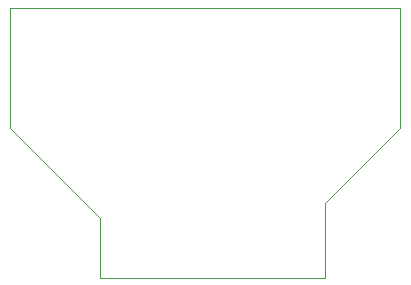
<source format=gbr>
G04 (created by PCBNEW (2013-may-18)-stable) date Fri 27 Mar 2015 08:27:45 PM IRDT*
%MOIN*%
G04 Gerber Fmt 3.4, Leading zero omitted, Abs format*
%FSLAX34Y34*%
G01*
G70*
G90*
G04 APERTURE LIST*
%ADD10C,0.00590551*%
%ADD11C,0.00393701*%
G04 APERTURE END LIST*
G54D10*
G54D11*
X72000Y-54000D02*
X59000Y-54000D01*
X72000Y-58000D02*
X72000Y-54000D01*
X69500Y-60500D02*
X72000Y-58000D01*
X69500Y-63000D02*
X69500Y-60500D01*
X62000Y-63000D02*
X69500Y-63000D01*
X62000Y-61000D02*
X62000Y-63000D01*
X59000Y-58000D02*
X62000Y-61000D01*
X59000Y-54000D02*
X59000Y-58000D01*
M02*

</source>
